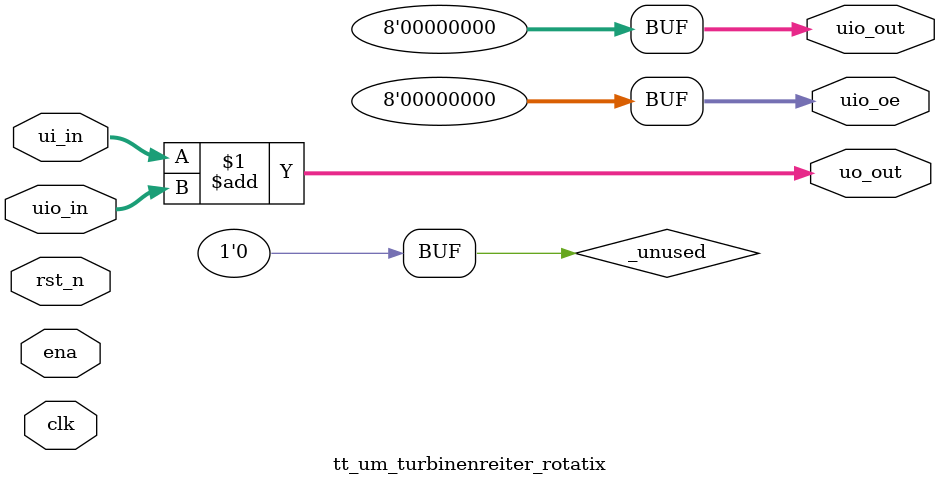
<source format=v>
/*
 * Copyright (c) 2024 Your Name
 * SPDX-License-Identifier: Apache-2.0
 */

`default_nettype none

module tt_um_turbinenreiter_rotatix (
    input  wire [7:0] ui_in,    // Dedicated inputs
    output wire [7:0] uo_out,   // Dedicated outputs
    input  wire [7:0] uio_in,   // IOs: Input path
    output wire [7:0] uio_out,  // IOs: Output path
    output wire [7:0] uio_oe,   // IOs: Enable path (active high: 0=input, 1=output)
    input  wire       ena,      // always 1 when the design is powered, so you can ignore it
    input  wire       clk,      // clock
    input  wire       rst_n     // reset_n - low to reset
);

  // All output pins must be assigned. If not used, assign to 0.
  assign uo_out  = ui_in + uio_in;  // Example: ou_out is the sum of ui_in and uio_in
  assign uio_out = 0;
  assign uio_oe  = 0;

  // List all unused inputs to prevent warnings
  wire _unused = &{ena, clk, rst_n, 1'b0};

endmodule

</source>
